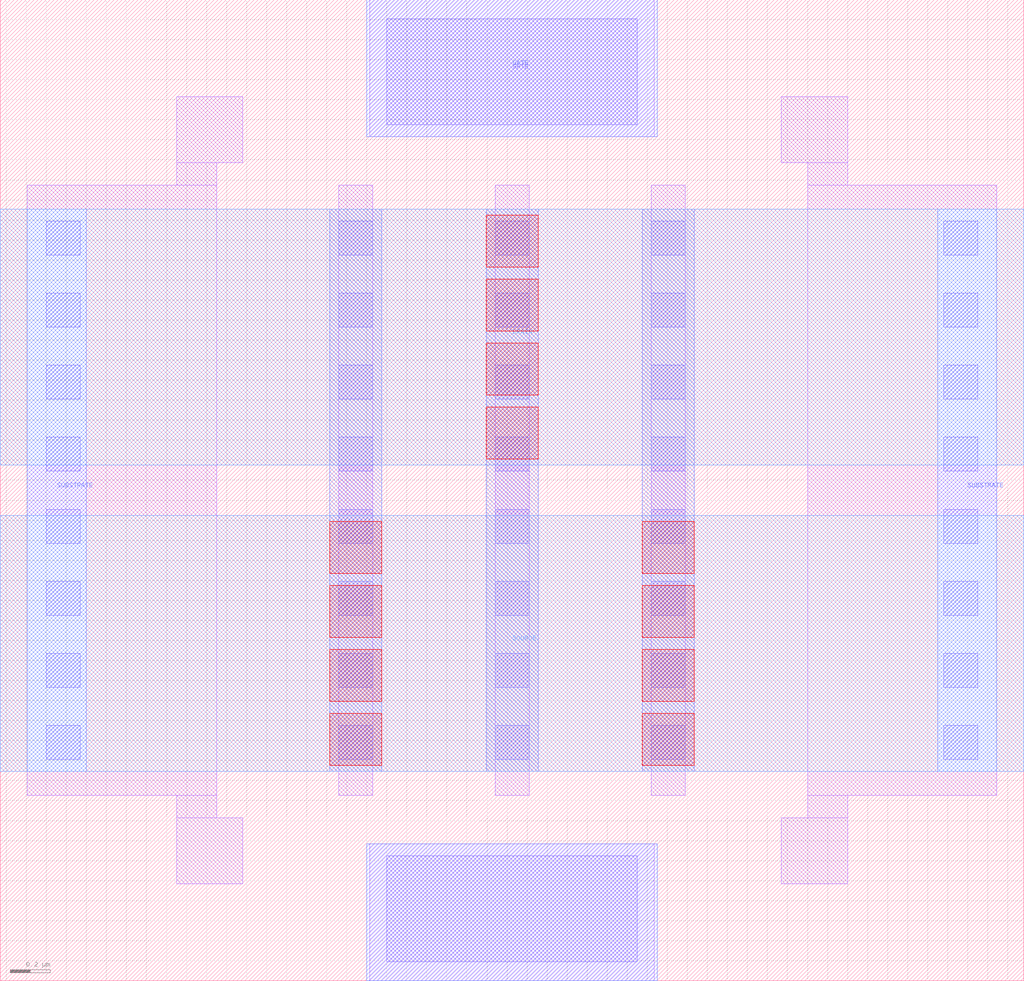
<source format=lef>
# Copyright 2020 The SkyWater PDK Authors
#
# Licensed under the Apache License, Version 2.0 (the "License");
# you may not use this file except in compliance with the License.
# You may obtain a copy of the License at
#
#     https://www.apache.org/licenses/LICENSE-2.0
#
# Unless required by applicable law or agreed to in writing, software
# distributed under the License is distributed on an "AS IS" BASIS,
# WITHOUT WARRANTIES OR CONDITIONS OF ANY KIND, either express or implied.
# See the License for the specific language governing permissions and
# limitations under the License.
#
# SPDX-License-Identifier: Apache-2.0

VERSION 5.7 ;
  NOWIREEXTENSIONATPIN ON ;
  DIVIDERCHAR "/" ;
  BUSBITCHARS "[]" ;
MACRO sky130_fd_pr__rf_nfet_g5v0d10v5_bM02W3p00L0p50
  CLASS BLOCK ;
  FOREIGN sky130_fd_pr__rf_nfet_g5v0d10v5_bM02W3p00L0p50 ;
  ORIGIN -0.070000  0.000000 ;
  SIZE  5.110000 BY  4.900000 ;
  PIN DRAIN
    ANTENNADIFFAREA  0.842800 ;
    PORT
      LAYER met2 ;
        RECT 0.070000 2.575000 5.180000 3.855000 ;
    END
  END DRAIN
  PIN GATE
    ANTENNAGATEAREA  3.010000 ;
    PORT
      LAYER li1 ;
        RECT 1.915000 0.000000 3.335000 0.685000 ;
        RECT 1.915000 4.215000 3.335000 4.900000 ;
      LAYER mcon ;
        RECT 2.000000 0.095000 3.250000 0.625000 ;
        RECT 2.000000 4.275000 3.250000 4.805000 ;
    END
    PORT
      LAYER met1 ;
        RECT 1.900000 0.000000 3.350000 0.685000 ;
        RECT 1.900000 4.215000 3.350000 4.900000 ;
    END
  END GATE
  PIN SOURCE
    ANTENNADIFFAREA  1.685600 ;
    PORT
      LAYER met2 ;
        RECT 0.070000 1.045000 5.180000 2.325000 ;
    END
  END SOURCE
  PIN SUBSTRATE
    ANTENNADIFFAREA  3.010000 ;
    ANTENNAGATEAREA  1.505000 ;
    PORT
      LAYER met1 ;
        RECT 0.205000 1.045000 0.500000 3.855000 ;
    END
    PORT
      LAYER met1 ;
        RECT 4.750000 1.045000 5.045000 3.855000 ;
    END
  END SUBSTRATE
  OBS
    LAYER li1 ;
      RECT 0.205000 0.925000 1.150000 3.975000 ;
      RECT 0.950000 0.485000 1.280000 0.815000 ;
      RECT 0.950000 0.815000 1.150000 0.925000 ;
      RECT 0.950000 3.975000 1.150000 4.085000 ;
      RECT 0.950000 4.085000 1.280000 4.415000 ;
      RECT 1.760000 0.925000 1.930000 3.975000 ;
      RECT 2.540000 0.925000 2.710000 3.975000 ;
      RECT 3.320000 0.925000 3.490000 3.975000 ;
      RECT 3.970000 0.485000 4.300000 0.815000 ;
      RECT 3.970000 4.085000 4.300000 4.415000 ;
      RECT 4.100000 0.815000 4.300000 0.925000 ;
      RECT 4.100000 0.925000 5.045000 3.975000 ;
      RECT 4.100000 3.975000 4.300000 4.085000 ;
    LAYER mcon ;
      RECT 0.300000 1.105000 0.470000 1.275000 ;
      RECT 0.300000 1.465000 0.470000 1.635000 ;
      RECT 0.300000 1.825000 0.470000 1.995000 ;
      RECT 0.300000 2.185000 0.470000 2.355000 ;
      RECT 0.300000 2.545000 0.470000 2.715000 ;
      RECT 0.300000 2.905000 0.470000 3.075000 ;
      RECT 0.300000 3.265000 0.470000 3.435000 ;
      RECT 0.300000 3.625000 0.470000 3.795000 ;
      RECT 1.760000 1.105000 1.930000 1.275000 ;
      RECT 1.760000 1.465000 1.930000 1.635000 ;
      RECT 1.760000 1.825000 1.930000 1.995000 ;
      RECT 1.760000 2.185000 1.930000 2.355000 ;
      RECT 1.760000 2.545000 1.930000 2.715000 ;
      RECT 1.760000 2.905000 1.930000 3.075000 ;
      RECT 1.760000 3.265000 1.930000 3.435000 ;
      RECT 1.760000 3.625000 1.930000 3.795000 ;
      RECT 2.540000 1.105000 2.710000 1.275000 ;
      RECT 2.540000 1.465000 2.710000 1.635000 ;
      RECT 2.540000 1.825000 2.710000 1.995000 ;
      RECT 2.540000 2.185000 2.710000 2.355000 ;
      RECT 2.540000 2.545000 2.710000 2.715000 ;
      RECT 2.540000 2.905000 2.710000 3.075000 ;
      RECT 2.540000 3.265000 2.710000 3.435000 ;
      RECT 2.540000 3.625000 2.710000 3.795000 ;
      RECT 3.320000 1.105000 3.490000 1.275000 ;
      RECT 3.320000 1.465000 3.490000 1.635000 ;
      RECT 3.320000 1.825000 3.490000 1.995000 ;
      RECT 3.320000 2.185000 3.490000 2.355000 ;
      RECT 3.320000 2.545000 3.490000 2.715000 ;
      RECT 3.320000 2.905000 3.490000 3.075000 ;
      RECT 3.320000 3.265000 3.490000 3.435000 ;
      RECT 3.320000 3.625000 3.490000 3.795000 ;
      RECT 4.780000 1.105000 4.950000 1.275000 ;
      RECT 4.780000 1.465000 4.950000 1.635000 ;
      RECT 4.780000 1.825000 4.950000 1.995000 ;
      RECT 4.780000 2.185000 4.950000 2.355000 ;
      RECT 4.780000 2.545000 4.950000 2.715000 ;
      RECT 4.780000 2.905000 4.950000 3.075000 ;
      RECT 4.780000 3.265000 4.950000 3.435000 ;
      RECT 4.780000 3.625000 4.950000 3.795000 ;
    LAYER met1 ;
      RECT 1.715000 1.045000 1.975000 3.855000 ;
      RECT 2.495000 1.045000 2.755000 3.855000 ;
      RECT 3.275000 1.045000 3.535000 3.855000 ;
    LAYER via ;
      RECT 1.715000 1.075000 1.975000 1.335000 ;
      RECT 1.715000 1.395000 1.975000 1.655000 ;
      RECT 1.715000 1.715000 1.975000 1.975000 ;
      RECT 1.715000 2.035000 1.975000 2.295000 ;
      RECT 2.495000 2.605000 2.755000 2.865000 ;
      RECT 2.495000 2.925000 2.755000 3.185000 ;
      RECT 2.495000 3.245000 2.755000 3.505000 ;
      RECT 2.495000 3.565000 2.755000 3.825000 ;
      RECT 3.275000 1.075000 3.535000 1.335000 ;
      RECT 3.275000 1.395000 3.535000 1.655000 ;
      RECT 3.275000 1.715000 3.535000 1.975000 ;
      RECT 3.275000 2.035000 3.535000 2.295000 ;
  END
END sky130_fd_pr__rf_nfet_g5v0d10v5_bM02W3p00L0p50
END LIBRARY

</source>
